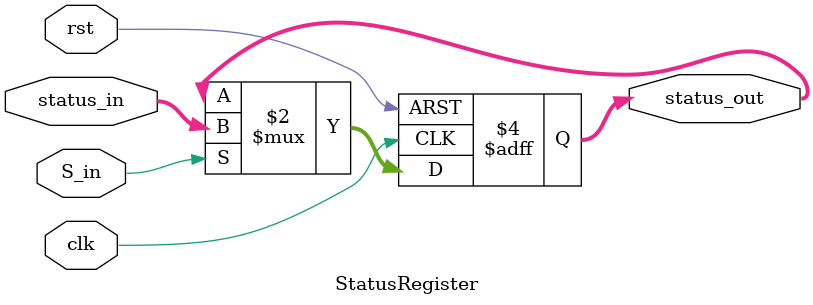
<source format=v>
module StatusRegister (
    input clk, rst, S_in,
    input [3:0] status_in,
    output reg [3:0] status_out  
);

always @(negedge clk, posedge rst) begin  
    if (rst) 
        status_out <= 4'b0; 
    else if (S_in) 
        status_out <= status_in;  
end

endmodule

</source>
